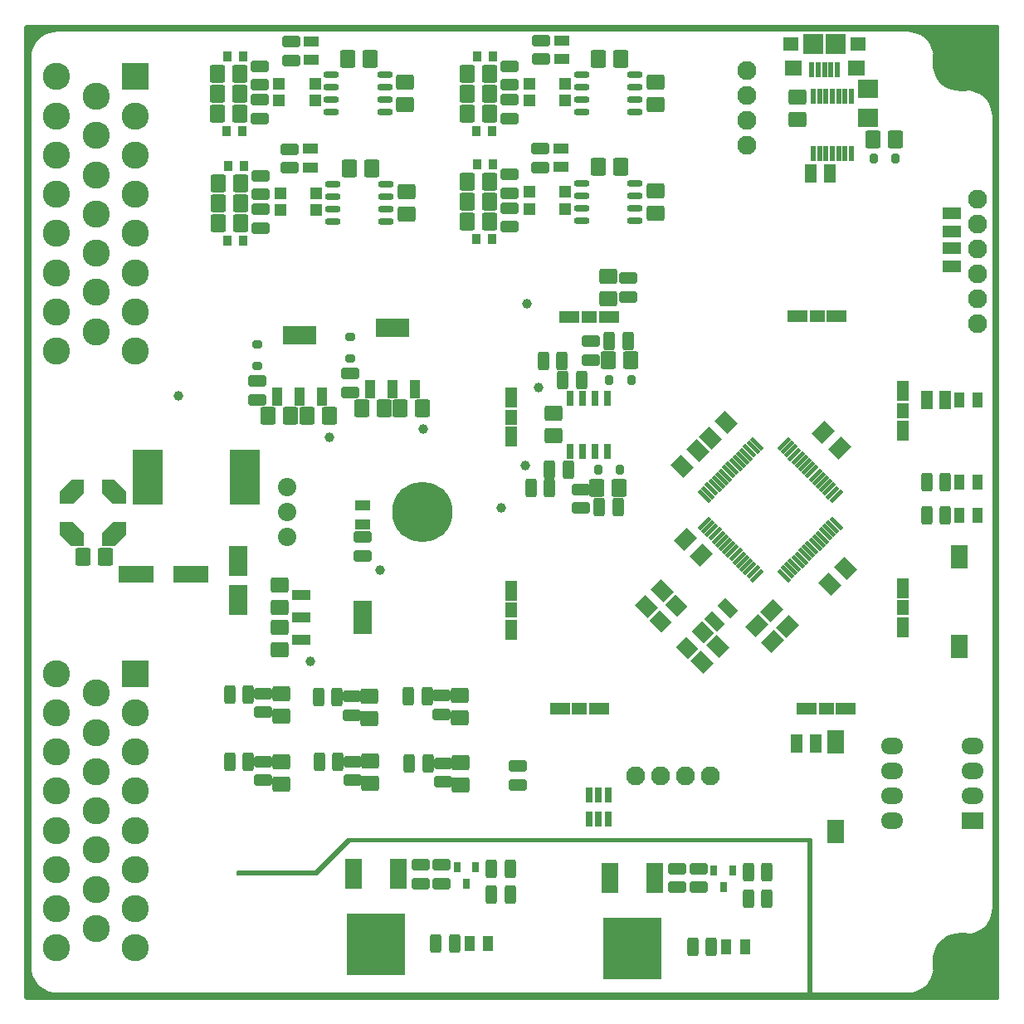
<source format=gts>
G04*
G04 #@! TF.GenerationSoftware,Altium Limited,Altium Designer,24.5.2 (23)*
G04*
G04 Layer_Color=8388736*
%FSLAX44Y44*%
%MOMM*%
G71*
G04*
G04 #@! TF.SameCoordinates,49661B99-7F85-447B-B4A6-A33B5E3A9DE8*
G04*
G04*
G04 #@! TF.FilePolarity,Negative*
G04*
G01*
G75*
G04:AMPARAMS|DCode=62|XSize=1.15mm|YSize=1.85mm|CornerRadius=0.2mm|HoleSize=0mm|Usage=FLASHONLY|Rotation=270.000|XOffset=0mm|YOffset=0mm|HoleType=Round|Shape=RoundedRectangle|*
%AMROUNDEDRECTD62*
21,1,1.1500,1.4500,0,0,270.0*
21,1,0.7500,1.8500,0,0,270.0*
1,1,0.4000,-0.7250,-0.3750*
1,1,0.4000,-0.7250,0.3750*
1,1,0.4000,0.7250,0.3750*
1,1,0.4000,0.7250,-0.3750*
%
%ADD62ROUNDEDRECTD62*%
%ADD63R,0.7500X1.5500*%
G04:AMPARAMS|DCode=64|XSize=1.625mm|YSize=0.45mm|CornerRadius=0mm|HoleSize=0mm|Usage=FLASHONLY|Rotation=315.000|XOffset=0mm|YOffset=0mm|HoleType=Round|Shape=Rectangle|*
%AMROTATEDRECTD64*
4,1,4,-0.7336,0.4154,-0.4154,0.7336,0.7336,-0.4154,0.4154,-0.7336,-0.7336,0.4154,0.0*
%
%ADD64ROTATEDRECTD64*%

G04:AMPARAMS|DCode=65|XSize=1.625mm|YSize=0.45mm|CornerRadius=0mm|HoleSize=0mm|Usage=FLASHONLY|Rotation=225.000|XOffset=0mm|YOffset=0mm|HoleType=Round|Shape=Rectangle|*
%AMROTATEDRECTD65*
4,1,4,0.4154,0.7336,0.7336,0.4154,-0.4154,-0.7336,-0.7336,-0.4154,0.4154,0.7336,0.0*
%
%ADD65ROTATEDRECTD65*%

G04:AMPARAMS|DCode=66|XSize=1.75mm|YSize=1.55mm|CornerRadius=0mm|HoleSize=0mm|Usage=FLASHONLY|Rotation=315.000|XOffset=0mm|YOffset=0mm|HoleType=Round|Shape=Rectangle|*
%AMROTATEDRECTD66*
4,1,4,-1.1667,0.0707,-0.0707,1.1667,1.1667,-0.0707,0.0707,-1.1667,-1.1667,0.0707,0.0*
%
%ADD66ROTATEDRECTD66*%

%ADD67R,1.7500X2.3300*%
%ADD68R,1.0500X1.5500*%
G04:AMPARAMS|DCode=69|XSize=1.15mm|YSize=1.85mm|CornerRadius=0.2mm|HoleSize=0mm|Usage=FLASHONLY|Rotation=0.000|XOffset=0mm|YOffset=0mm|HoleType=Round|Shape=RoundedRectangle|*
%AMROUNDEDRECTD69*
21,1,1.1500,1.4500,0,0,0.0*
21,1,0.7500,1.8500,0,0,0.0*
1,1,0.4000,0.3750,-0.7250*
1,1,0.4000,-0.3750,-0.7250*
1,1,0.4000,-0.3750,0.7250*
1,1,0.4000,0.3750,0.7250*
%
%ADD69ROUNDEDRECTD69*%
%ADD70R,1.7500X3.1500*%
%ADD71R,5.9500X6.3500*%
%ADD72R,0.7500X1.0500*%
%ADD73O,2.3100X1.6700*%
%ADD74R,2.3100X1.6700*%
G04:AMPARAMS|DCode=75|XSize=1.55mm|YSize=1.85mm|CornerRadius=0mm|HoleSize=0mm|Usage=FLASHONLY|Rotation=45.000|XOffset=0mm|YOffset=0mm|HoleType=Round|Shape=Rectangle|*
%AMROTATEDRECTD75*
4,1,4,0.1061,-1.2021,-1.2021,0.1061,-0.1061,1.2021,1.2021,-0.1061,0.1061,-1.2021,0.0*
%
%ADD75ROTATEDRECTD75*%

G04:AMPARAMS|DCode=76|XSize=1.55mm|YSize=1.85mm|CornerRadius=0.25mm|HoleSize=0mm|Usage=FLASHONLY|Rotation=180.000|XOffset=0mm|YOffset=0mm|HoleType=Round|Shape=RoundedRectangle|*
%AMROUNDEDRECTD76*
21,1,1.5500,1.3500,0,0,180.0*
21,1,1.0500,1.8500,0,0,180.0*
1,1,0.5000,-0.5250,0.6750*
1,1,0.5000,0.5250,0.6750*
1,1,0.5000,0.5250,-0.6750*
1,1,0.5000,-0.5250,-0.6750*
%
%ADD76ROUNDEDRECTD76*%
%ADD77C,1.0000*%
G04:AMPARAMS|DCode=78|XSize=1.55mm|YSize=1.85mm|CornerRadius=0.25mm|HoleSize=0mm|Usage=FLASHONLY|Rotation=270.000|XOffset=0mm|YOffset=0mm|HoleType=Round|Shape=RoundedRectangle|*
%AMROUNDEDRECTD78*
21,1,1.5500,1.3500,0,0,270.0*
21,1,1.0500,1.8500,0,0,270.0*
1,1,0.5000,-0.6750,-0.5250*
1,1,0.5000,-0.6750,0.5250*
1,1,0.5000,0.6750,0.5250*
1,1,0.5000,0.6750,-0.5250*
%
%ADD78ROUNDEDRECTD78*%
%ADD79R,1.1500X1.8500*%
%ADD80R,1.1000X1.9000*%
%ADD81R,3.4000X1.9000*%
G04:AMPARAMS|DCode=82|XSize=0.78mm|YSize=0.98mm|CornerRadius=0.1538mm|HoleSize=0mm|Usage=FLASHONLY|Rotation=270.000|XOffset=0mm|YOffset=0mm|HoleType=Round|Shape=RoundedRectangle|*
%AMROUNDEDRECTD82*
21,1,0.7800,0.6725,0,0,270.0*
21,1,0.4725,0.9800,0,0,270.0*
1,1,0.3075,-0.3363,-0.2362*
1,1,0.3075,-0.3363,0.2362*
1,1,0.3075,0.3363,0.2362*
1,1,0.3075,0.3363,-0.2362*
%
%ADD82ROUNDEDRECTD82*%
G04:AMPARAMS|DCode=83|XSize=0.78mm|YSize=0.98mm|CornerRadius=0.1538mm|HoleSize=0mm|Usage=FLASHONLY|Rotation=0.000|XOffset=0mm|YOffset=0mm|HoleType=Round|Shape=RoundedRectangle|*
%AMROUNDEDRECTD83*
21,1,0.7800,0.6725,0,0,0.0*
21,1,0.4725,0.9800,0,0,0.0*
1,1,0.3075,0.2362,-0.3363*
1,1,0.3075,-0.2362,-0.3363*
1,1,0.3075,-0.2362,0.3363*
1,1,0.3075,0.2362,0.3363*
%
%ADD83ROUNDEDRECTD83*%
%ADD84R,1.9900X1.9500*%
%ADD85R,2.0500X2.0500*%
%ADD86R,1.6000X1.4500*%
%ADD87R,1.7500X1.5500*%
%ADD88R,0.5500X1.5000*%
%ADD89R,0.6000X1.6250*%
G04:AMPARAMS|DCode=90|XSize=1.15mm|YSize=1.85mm|CornerRadius=0mm|HoleSize=0mm|Usage=FLASHONLY|Rotation=45.000|XOffset=0mm|YOffset=0mm|HoleType=Round|Shape=Rectangle|*
%AMROTATEDRECTD90*
4,1,4,0.2475,-1.0607,-1.0607,0.2475,-0.2475,1.0607,1.0607,-0.2475,0.2475,-1.0607,0.0*
%
%ADD90ROTATEDRECTD90*%

%ADD91R,0.8000X1.6500*%
G04:AMPARAMS|DCode=92|XSize=1.55mm|YSize=1.85mm|CornerRadius=0mm|HoleSize=0mm|Usage=FLASHONLY|Rotation=135.000|XOffset=0mm|YOffset=0mm|HoleType=Round|Shape=Rectangle|*
%AMROTATEDRECTD92*
4,1,4,1.2021,0.1061,-0.1061,-1.2021,-1.2021,-0.1061,0.1061,1.2021,1.2021,0.1061,0.0*
%
%ADD92ROTATEDRECTD92*%

%ADD93R,2.1500X1.2750*%
%ADD94R,1.5500X1.2750*%
%ADD95R,1.2750X2.1500*%
%ADD96R,1.2750X1.5500*%
%ADD97R,1.5500X1.0500*%
%ADD98R,1.9500X3.0500*%
%ADD99R,3.0500X5.5500*%
%ADD100R,3.6500X1.7500*%
%ADD101R,1.9000X1.1000*%
%ADD102R,1.9000X3.4000*%
%ADD103R,1.8500X1.1500*%
%ADD104R,0.8500X1.0500*%
%ADD105R,1.1500X1.3000*%
%ADD106O,1.6000X0.7500*%
%ADD107C,6.1500*%
%ADD108C,1.9400*%
%ADD109C,1.8750*%
%ADD110C,2.7750*%
%ADD111R,2.7750X2.7750*%
%ADD112C,0.6500*%
G36*
X996365Y997043D02*
X997043Y996365D01*
X997410Y995479D01*
Y995000D01*
Y5000D01*
Y4521D01*
X997043Y3635D01*
X996365Y2957D01*
X995480Y2590D01*
X4521D01*
X3635Y2957D01*
X2957Y3635D01*
X2590Y4521D01*
Y5000D01*
Y995000D01*
Y995480D01*
X2957Y996365D01*
X3635Y997043D01*
X4521Y997410D01*
X995479D01*
X996365Y997043D01*
D02*
G37*
%LPC*%
G36*
X904600Y990000D02*
X35400D01*
X32910Y989878D01*
X28027Y988906D01*
X23426Y987001D01*
X19286Y984234D01*
X15766Y980714D01*
X12999Y976573D01*
X11094Y971973D01*
X10122Y967090D01*
X10000Y964600D01*
Y35400D01*
X10122Y32910D01*
X11094Y28027D01*
X12999Y23426D01*
X15766Y19286D01*
X19286Y15766D01*
X23426Y12999D01*
X28027Y11094D01*
X32910Y10122D01*
X35400Y10000D01*
X801500D01*
Y162750D01*
X334750D01*
X301000Y129000D01*
X220250D01*
X218750Y130500D01*
Y132500D01*
X220250Y134000D01*
X299000D01*
X332750Y167750D01*
X805000D01*
X806500Y166250D01*
Y10000D01*
X904600D01*
X907090Y10122D01*
X911973Y11094D01*
X916573Y12999D01*
X920714Y15766D01*
X924234Y19286D01*
X927001Y23426D01*
X928906Y28027D01*
X929878Y32910D01*
X930000Y35400D01*
Y44600D01*
Y47102D01*
X930976Y52009D01*
X932891Y56631D01*
X935670Y60792D01*
X939208Y64330D01*
X943369Y67109D01*
X947991Y69024D01*
X952898Y70000D01*
X964600D01*
X967090Y70122D01*
X971973Y71094D01*
X976573Y72999D01*
X980714Y75766D01*
X984234Y79286D01*
X987001Y83427D01*
X988906Y88027D01*
X989878Y92910D01*
X990000Y95400D01*
Y904600D01*
X989878Y907090D01*
X988906Y911973D01*
X987001Y916573D01*
X984234Y920714D01*
X980714Y924234D01*
X976573Y927001D01*
X971973Y928906D01*
X967090Y929878D01*
X964600Y930000D01*
X952898D01*
X947991Y930976D01*
X943369Y932891D01*
X939208Y935670D01*
X935670Y939208D01*
X932891Y943369D01*
X930976Y947991D01*
X930000Y952898D01*
Y955400D01*
Y964600D01*
X929878Y967090D01*
X928906Y971973D01*
X927001Y976573D01*
X924234Y980714D01*
X920714Y984234D01*
X916573Y987001D01*
X911973Y988906D01*
X907090Y989878D01*
X904600Y990000D01*
D02*
G37*
%LPD*%
G36*
X106480Y520864D02*
Y508200D01*
X93066D01*
X81480Y519786D01*
Y533200D01*
X94144D01*
X106480Y520864D01*
D02*
G37*
G36*
X63480Y519786D02*
X51894Y508200D01*
X38480D01*
Y520864D01*
X50816Y533200D01*
X63480D01*
Y519786D01*
D02*
G37*
G36*
X106480Y477536D02*
X94144Y465200D01*
X81480D01*
Y478614D01*
X93066Y490200D01*
X106480D01*
Y477536D01*
D02*
G37*
G36*
X63480Y478614D02*
Y465200D01*
X50816D01*
X38480Y477536D01*
Y490200D01*
X51894D01*
X63480Y478614D01*
D02*
G37*
D62*
X506000Y221750D02*
D03*
Y240750D02*
D03*
X668620Y136150D02*
D03*
Y117150D02*
D03*
X690210Y136100D02*
D03*
Y117100D02*
D03*
X428190Y121060D02*
D03*
Y140060D02*
D03*
X406600Y121110D02*
D03*
Y140110D02*
D03*
X428250Y312860D02*
D03*
Y293860D02*
D03*
X429410Y243860D02*
D03*
Y224860D02*
D03*
X245840Y245430D02*
D03*
Y226430D02*
D03*
X337160Y245460D02*
D03*
Y226460D02*
D03*
X246000Y314750D02*
D03*
Y295750D02*
D03*
X336360Y312020D02*
D03*
Y293020D02*
D03*
X240030Y633730D02*
D03*
Y614730D02*
D03*
X335280Y641350D02*
D03*
Y622350D02*
D03*
X580390Y655320D02*
D03*
Y674320D02*
D03*
X570230Y504190D02*
D03*
Y523190D02*
D03*
X347980Y455320D02*
D03*
Y474320D02*
D03*
X529090Y870750D02*
D03*
Y851750D02*
D03*
X273090Y870230D02*
D03*
Y851230D02*
D03*
X530000Y981000D02*
D03*
Y962000D02*
D03*
X274570Y979990D02*
D03*
Y960990D02*
D03*
X618490Y738480D02*
D03*
Y719480D02*
D03*
X497840Y844500D02*
D03*
Y825500D02*
D03*
Y810260D02*
D03*
Y791260D02*
D03*
X243840Y843230D02*
D03*
Y824230D02*
D03*
Y808990D02*
D03*
Y789990D02*
D03*
X497840Y954990D02*
D03*
Y935990D02*
D03*
Y920750D02*
D03*
Y901750D02*
D03*
X242570Y920750D02*
D03*
Y901750D02*
D03*
Y954990D02*
D03*
Y935990D02*
D03*
D63*
X579000Y186500D02*
D03*
X588500D02*
D03*
X598000D02*
D03*
Y211500D02*
D03*
X588500D02*
D03*
X579000D02*
D03*
D64*
X830777Y488335D02*
D03*
X827242Y484799D02*
D03*
X823706Y481264D02*
D03*
X820171Y477728D02*
D03*
X816635Y474193D02*
D03*
X813100Y470657D02*
D03*
X809564Y467122D02*
D03*
X806029Y463586D02*
D03*
X802493Y460051D02*
D03*
X798958Y456515D02*
D03*
X795422Y452980D02*
D03*
X791887Y449444D02*
D03*
X788351Y445909D02*
D03*
X784815Y442373D02*
D03*
X781280Y438838D02*
D03*
X777744Y435302D02*
D03*
X696597Y516450D02*
D03*
X700132Y519985D02*
D03*
X703668Y523521D02*
D03*
X707203Y527056D02*
D03*
X710739Y530592D02*
D03*
X714274Y534127D02*
D03*
X717810Y537663D02*
D03*
X721346Y541198D02*
D03*
X724881Y544734D02*
D03*
X728417Y548269D02*
D03*
X731952Y551805D02*
D03*
X735488Y555340D02*
D03*
X739023Y558876D02*
D03*
X742559Y562411D02*
D03*
X746094Y565947D02*
D03*
X749630Y569483D02*
D03*
D65*
Y435302D02*
D03*
X746094Y438838D02*
D03*
X742559Y442373D02*
D03*
X739023Y445909D02*
D03*
X735488Y449444D02*
D03*
X731952Y452980D02*
D03*
X728417Y456515D02*
D03*
X724881Y460051D02*
D03*
X721346Y463586D02*
D03*
X717810Y467122D02*
D03*
X714274Y470657D02*
D03*
X710739Y474193D02*
D03*
X707203Y477728D02*
D03*
X703668Y481264D02*
D03*
X700132Y484799D02*
D03*
X696597Y488335D02*
D03*
X777744Y569483D02*
D03*
X781280Y565947D02*
D03*
X784815Y562411D02*
D03*
X788351Y558876D02*
D03*
X791887Y555340D02*
D03*
X795422Y551805D02*
D03*
X798958Y548269D02*
D03*
X802493Y544734D02*
D03*
X806029Y541198D02*
D03*
X809564Y537663D02*
D03*
X813100Y534127D02*
D03*
X816635Y530592D02*
D03*
X820171Y527056D02*
D03*
X823706Y523521D02*
D03*
X827242Y519985D02*
D03*
X830777Y516450D02*
D03*
D66*
X651880Y388120D02*
D03*
X678750Y361250D02*
D03*
X695014Y377514D02*
D03*
X668143Y404384D02*
D03*
D67*
X830580Y265610D02*
D03*
Y173810D02*
D03*
X956310Y362860D02*
D03*
Y454660D02*
D03*
D68*
X718810Y56140D02*
D03*
X737810D02*
D03*
X475790Y60100D02*
D03*
X456790D02*
D03*
X975360Y496570D02*
D03*
X956360D02*
D03*
X975360Y614680D02*
D03*
X956360D02*
D03*
X975360Y530860D02*
D03*
X956360D02*
D03*
D69*
X684520Y56140D02*
D03*
X703520D02*
D03*
X741010Y105670D02*
D03*
X760010D02*
D03*
X441500Y60100D02*
D03*
X422500D02*
D03*
X478990Y109630D02*
D03*
X497990D02*
D03*
X478990Y136300D02*
D03*
X497990D02*
D03*
X741010Y132340D02*
D03*
X760010D02*
D03*
X538480Y524510D02*
D03*
X519480D02*
D03*
X322280Y244930D02*
D03*
X303280D02*
D03*
X413370Y312330D02*
D03*
X394370D02*
D03*
X414530Y243330D02*
D03*
X395530D02*
D03*
X230960Y244900D02*
D03*
X211960D02*
D03*
X231120Y314220D02*
D03*
X212120D02*
D03*
X321480Y311490D02*
D03*
X302480D02*
D03*
X923340Y530860D02*
D03*
X942340D02*
D03*
X923340Y496570D02*
D03*
X942340D02*
D03*
X608280Y505460D02*
D03*
X589280D02*
D03*
X557480Y543560D02*
D03*
X538480D02*
D03*
X551840Y635000D02*
D03*
X570840D02*
D03*
X551180Y654050D02*
D03*
X532180D02*
D03*
X618440Y674370D02*
D03*
X599440D02*
D03*
D70*
X645750Y126670D02*
D03*
X600050D02*
D03*
X383730Y130630D02*
D03*
X338030D02*
D03*
D71*
X622900Y54870D02*
D03*
X360880Y58830D02*
D03*
D72*
X706110Y134100D02*
D03*
X725110D02*
D03*
X715610Y117100D02*
D03*
X453590Y121060D02*
D03*
X463090Y138060D02*
D03*
X444090D02*
D03*
D73*
X887680Y261620D02*
D03*
Y236220D02*
D03*
Y210820D02*
D03*
Y185420D02*
D03*
X970280Y261620D02*
D03*
Y236220D02*
D03*
Y210820D02*
D03*
D74*
Y185420D02*
D03*
D75*
X673404Y546488D02*
D03*
X689568Y562652D02*
D03*
X637250Y403250D02*
D03*
X653415Y419414D02*
D03*
X824272Y426152D02*
D03*
X840436Y442317D02*
D03*
X710000Y362750D02*
D03*
X693836Y346586D02*
D03*
X718305Y591389D02*
D03*
X702140Y575224D02*
D03*
D76*
X477520Y836930D02*
D03*
X454660D02*
D03*
X408940Y605790D02*
D03*
X386080D02*
D03*
X346710D02*
D03*
X369570D02*
D03*
X313690Y598170D02*
D03*
X290830D02*
D03*
X251460D02*
D03*
X274320D02*
D03*
X891540Y880110D02*
D03*
X868680D02*
D03*
X621030Y655320D02*
D03*
X598170D02*
D03*
X609600Y524510D02*
D03*
X586740D02*
D03*
X85090Y454660D02*
D03*
X62230D02*
D03*
X588010Y852170D02*
D03*
X610870D02*
D03*
X454660Y816610D02*
D03*
X477520D02*
D03*
Y796290D02*
D03*
X454660D02*
D03*
X334010Y850900D02*
D03*
X356870D02*
D03*
X200660Y835660D02*
D03*
X223520D02*
D03*
X200660Y815340D02*
D03*
X223520D02*
D03*
Y795020D02*
D03*
X200660D02*
D03*
X588010Y962660D02*
D03*
X610870D02*
D03*
X454660Y947420D02*
D03*
X477520D02*
D03*
X454660Y927100D02*
D03*
X477520D02*
D03*
Y906780D02*
D03*
X454660D02*
D03*
X222250D02*
D03*
X199390D02*
D03*
Y947420D02*
D03*
X222250D02*
D03*
X199390Y927100D02*
D03*
X222250D02*
D03*
X332740Y962660D02*
D03*
X355600D02*
D03*
D77*
X160020Y618490D02*
D03*
X294640Y347980D02*
D03*
X409250Y585000D02*
D03*
X313750Y576250D02*
D03*
X514000Y547250D02*
D03*
X527250Y627250D02*
D03*
X365760Y440690D02*
D03*
X515620Y712470D02*
D03*
X488950Y504190D02*
D03*
D78*
X446750Y290250D02*
D03*
Y313110D02*
D03*
X447910Y221250D02*
D03*
Y244110D02*
D03*
X264340Y222820D02*
D03*
Y245680D02*
D03*
X355660Y222850D02*
D03*
Y245710D02*
D03*
X264500Y292140D02*
D03*
Y315000D02*
D03*
X354860Y289410D02*
D03*
Y312270D02*
D03*
X791210Y900430D02*
D03*
Y923290D02*
D03*
X542290Y600710D02*
D03*
Y577850D02*
D03*
X598170Y740410D02*
D03*
Y717550D02*
D03*
X262890Y402590D02*
D03*
Y425450D02*
D03*
Y382270D02*
D03*
Y359410D02*
D03*
X646430Y828040D02*
D03*
Y805180D02*
D03*
X392430Y826770D02*
D03*
Y803910D02*
D03*
X646430Y938530D02*
D03*
Y915670D02*
D03*
X391160Y938530D02*
D03*
Y915670D02*
D03*
D79*
X790600Y264160D02*
D03*
X809600D02*
D03*
X942340Y614680D02*
D03*
X923340D02*
D03*
X824180Y845820D02*
D03*
X805180D02*
D03*
D80*
X260210Y617470D02*
D03*
X283210D02*
D03*
X306210D02*
D03*
X355460Y625090D02*
D03*
X378460D02*
D03*
X401460D02*
D03*
D81*
X283210Y680470D02*
D03*
X378460Y688090D02*
D03*
D82*
X335280Y678890D02*
D03*
Y656590D02*
D03*
X240030Y671270D02*
D03*
Y648970D02*
D03*
D83*
X891260Y861060D02*
D03*
X868960D02*
D03*
X588010Y543560D02*
D03*
X610310D02*
D03*
X599440Y635000D02*
D03*
X621740D02*
D03*
D84*
X863600Y902180D02*
D03*
Y932180D02*
D03*
D85*
X807580Y977900D02*
D03*
X830580D02*
D03*
D86*
X784830D02*
D03*
X853330D02*
D03*
D87*
X787080Y953400D02*
D03*
X851080D02*
D03*
D88*
X806080Y951150D02*
D03*
X812580D02*
D03*
X819080D02*
D03*
X825580D02*
D03*
X832080D02*
D03*
D89*
X807420Y924560D02*
D03*
X813920D02*
D03*
X820420D02*
D03*
X826920D02*
D03*
X833420D02*
D03*
X839920D02*
D03*
X846420D02*
D03*
Y865800D02*
D03*
X839920D02*
D03*
X833420D02*
D03*
X826920D02*
D03*
X820420D02*
D03*
X813920D02*
D03*
X807420D02*
D03*
D90*
X706758Y388499D02*
D03*
X720193Y401934D02*
D03*
D91*
X559693Y562219D02*
D03*
X572393D02*
D03*
X585093D02*
D03*
X597793D02*
D03*
Y616219D02*
D03*
X585093D02*
D03*
X572393D02*
D03*
X559693D02*
D03*
D92*
X676910Y472440D02*
D03*
X693074Y456275D02*
D03*
X817986Y581511D02*
D03*
X834150Y565346D02*
D03*
X765002Y399211D02*
D03*
X781167Y383047D02*
D03*
X749736Y383945D02*
D03*
X765900Y367780D02*
D03*
D93*
X548960Y299490D02*
D03*
X588960D02*
D03*
X840740D02*
D03*
X800740D02*
D03*
X558800Y699490D02*
D03*
X598800D02*
D03*
X791530Y699540D02*
D03*
X831530D02*
D03*
D94*
X568960Y299490D02*
D03*
X820740D02*
D03*
X578800Y699490D02*
D03*
X811530Y699540D02*
D03*
D95*
X499060Y419820D02*
D03*
Y379820D02*
D03*
X899060Y422360D02*
D03*
Y382360D02*
D03*
Y623340D02*
D03*
Y583340D02*
D03*
X499060Y616990D02*
D03*
Y576990D02*
D03*
D96*
Y399820D02*
D03*
X899060Y402360D02*
D03*
Y603340D02*
D03*
X499060Y596990D02*
D03*
D97*
X347980Y506680D02*
D03*
Y487680D02*
D03*
X549950Y852134D02*
D03*
Y871134D02*
D03*
X293950Y851614D02*
D03*
Y870614D02*
D03*
X550860Y962384D02*
D03*
Y981384D02*
D03*
X295430Y961374D02*
D03*
Y980374D02*
D03*
D98*
X220980Y410210D02*
D03*
Y450210D02*
D03*
D99*
X128300Y535940D02*
D03*
X227300D02*
D03*
D100*
X116720Y436880D02*
D03*
X172720D02*
D03*
D101*
X284730Y415430D02*
D03*
Y392430D02*
D03*
Y369430D02*
D03*
D102*
X347730Y392430D02*
D03*
D103*
X948690Y805130D02*
D03*
Y786130D02*
D03*
Y750620D02*
D03*
Y769620D02*
D03*
D104*
X464820Y854710D02*
D03*
X480820D02*
D03*
X480060Y778510D02*
D03*
X464060D02*
D03*
X210820Y853440D02*
D03*
X226820D02*
D03*
X226060Y777240D02*
D03*
X210060D02*
D03*
X464820Y965200D02*
D03*
X480820D02*
D03*
X480060Y889000D02*
D03*
X464060D02*
D03*
X209550Y965200D02*
D03*
X225550D02*
D03*
X224790Y889000D02*
D03*
X208790D02*
D03*
D105*
X554340Y809230D02*
D03*
X517540D02*
D03*
Y826530D02*
D03*
X554340D02*
D03*
X300340Y807960D02*
D03*
X263540D02*
D03*
Y825260D02*
D03*
X300340D02*
D03*
X554340Y919720D02*
D03*
X517540D02*
D03*
Y937020D02*
D03*
X554340D02*
D03*
X299070Y919720D02*
D03*
X262270D02*
D03*
Y937020D02*
D03*
X299070D02*
D03*
D106*
X570920Y835660D02*
D03*
Y822960D02*
D03*
Y810260D02*
D03*
Y797560D02*
D03*
X625420Y835660D02*
D03*
Y822960D02*
D03*
Y810260D02*
D03*
Y797560D02*
D03*
X316920Y834390D02*
D03*
Y821690D02*
D03*
Y808990D02*
D03*
Y796290D02*
D03*
X371420Y834390D02*
D03*
Y821690D02*
D03*
Y808990D02*
D03*
Y796290D02*
D03*
X570920Y946150D02*
D03*
Y933450D02*
D03*
Y920750D02*
D03*
Y908050D02*
D03*
X625420Y946150D02*
D03*
Y933450D02*
D03*
Y920750D02*
D03*
Y908050D02*
D03*
X315650Y946150D02*
D03*
Y933450D02*
D03*
Y920750D02*
D03*
Y908050D02*
D03*
X370150Y946150D02*
D03*
Y933450D02*
D03*
Y920750D02*
D03*
Y908050D02*
D03*
D107*
X960000Y40000D02*
D03*
Y960000D02*
D03*
X408940Y500000D02*
D03*
D108*
X677250Y230750D02*
D03*
X626450D02*
D03*
X702650D02*
D03*
X651850D02*
D03*
X739500Y899350D02*
D03*
Y950150D02*
D03*
Y873950D02*
D03*
Y924750D02*
D03*
X975360Y819150D02*
D03*
Y793750D02*
D03*
Y768350D02*
D03*
Y742950D02*
D03*
Y717550D02*
D03*
Y692150D02*
D03*
D109*
X270510Y525400D02*
D03*
Y500000D02*
D03*
Y474600D02*
D03*
D110*
X35570Y704210D02*
D03*
Y744210D02*
D03*
Y784210D02*
D03*
Y824210D02*
D03*
Y864210D02*
D03*
Y904210D02*
D03*
X75570Y724210D02*
D03*
Y764210D02*
D03*
Y804210D02*
D03*
Y844210D02*
D03*
Y884210D02*
D03*
X115570Y704210D02*
D03*
Y744210D02*
D03*
Y784210D02*
D03*
Y824210D02*
D03*
Y864210D02*
D03*
Y904210D02*
D03*
X35570Y664210D02*
D03*
Y944210D02*
D03*
X75570Y684210D02*
D03*
Y924210D02*
D03*
X115570Y664210D02*
D03*
X35570Y95280D02*
D03*
Y135280D02*
D03*
Y175280D02*
D03*
Y215280D02*
D03*
Y255280D02*
D03*
Y295280D02*
D03*
X75570Y115280D02*
D03*
Y155280D02*
D03*
Y195280D02*
D03*
Y235280D02*
D03*
Y275280D02*
D03*
X115570Y95280D02*
D03*
Y135280D02*
D03*
Y175280D02*
D03*
Y215280D02*
D03*
Y255280D02*
D03*
Y295280D02*
D03*
X35570Y55280D02*
D03*
Y335280D02*
D03*
X75570Y75280D02*
D03*
Y315280D02*
D03*
X115570Y55280D02*
D03*
D111*
Y944210D02*
D03*
Y335280D02*
D03*
D112*
X960000Y62860D02*
D03*
X943836Y56164D02*
D03*
X937140Y40000D02*
D03*
X943836Y23835D02*
D03*
X960000Y17140D02*
D03*
X976164Y23835D02*
D03*
X982860Y40000D02*
D03*
X976164Y56164D02*
D03*
X943836Y976164D02*
D03*
X960000Y982860D02*
D03*
X976164Y976164D02*
D03*
X982860Y960000D02*
D03*
X976164Y943836D02*
D03*
X960000Y937140D02*
D03*
X943836Y943836D02*
D03*
X937140Y960000D02*
D03*
X392775Y516164D02*
D03*
X408940Y522860D02*
D03*
X425104Y516164D02*
D03*
X431800Y500000D02*
D03*
X425104Y483835D02*
D03*
X408940Y477140D02*
D03*
X392775Y483835D02*
D03*
X386080Y500000D02*
D03*
M02*

</source>
